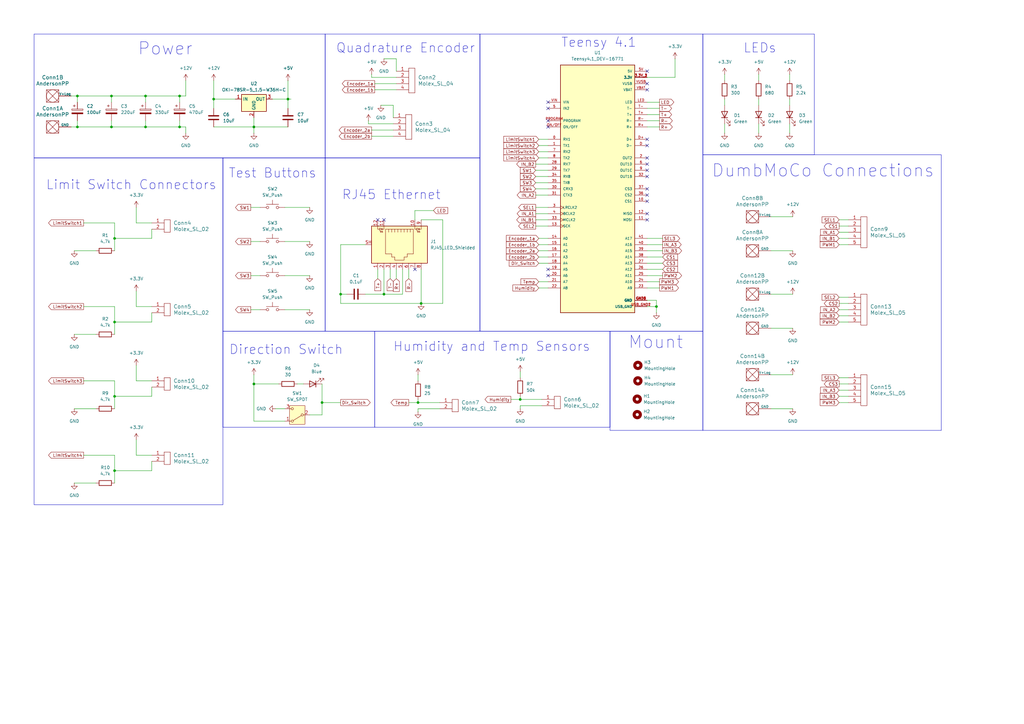
<source format=kicad_sch>
(kicad_sch (version 20231120) (generator "eeschema") (generator_version "8.0")
  (paper "A3")
  (junction (at 45.72 52.07))
  (junction (at 46.99 162.56))
  (junction (at 269.24 125.73))
  (junction (at 59.69 52.07))
  (junction (at 73.66 39.37))
  (junction (at 118.11 40.64))
  (junction (at 46.99 132.08))
  (junction (at 46.99 193.04))
  (junction (at 213.36 163.83))
  (junction (at 31.75 52.07))
  (junction (at 87.63 40.64))
  (junction (at 31.75 39.37))
  (junction (at 172.72 124.46))
  (junction (at 104.14 157.48))
  (junction (at 73.66 52.07))
  (junction (at 46.99 97.79))
  (junction (at 104.14 52.07))
  (junction (at 157.48 120.65))
  (junction (at 171.45 165.1))
  (junction (at 45.72 39.37))
  (junction (at 59.69 39.37))
  (junction (at 132.08 165.1))
  (junction (at 139.7 120.65))
  (no_connect (at 265.43 72.39))
  (no_connect (at 170.18 110.49))
  (no_connect (at 265.43 90.17))
  (no_connect (at 265.43 64.77))
  (no_connect (at 265.43 36.83))
  (no_connect (at 265.43 59.69))
  (no_connect (at 224.79 41.91))
  (no_connect (at 224.79 49.53))
  (no_connect (at 224.79 44.45))
  (no_connect (at 265.43 57.15))
  (no_connect (at 265.43 80.01))
  (no_connect (at 224.79 110.49))
  (no_connect (at 265.43 34.29))
  (no_connect (at 265.43 69.85))
  (no_connect (at 224.79 52.07))
  (no_connect (at 265.43 82.55))
  (no_connect (at 265.43 29.21))
  (no_connect (at 265.43 87.63))
  (no_connect (at 154.94 90.17))
  (no_connect (at 265.43 77.47))
  (no_connect (at 224.79 113.03))
  (no_connect (at 265.43 67.31))
  (no_connect (at 157.48 90.17))
  (wire (pts (xy 157.48 120.65) (xy 165.1 120.65)))
  (wire (pts (xy 344.17 165.1) (xy 347.98 165.1)))
  (wire (pts (xy 153.67 34.29) (xy 162.56 34.29)))
  (wire (pts (xy 344.17 162.56) (xy 347.98 162.56)))
  (wire (pts (xy 344.17 92.71) (xy 347.98 92.71)))
  (wire (pts (xy 55.88 125.73) (xy 55.88 119.38)))
  (wire (pts (xy 102.87 127) (xy 106.68 127)))
  (wire (pts (xy 151.13 50.8) (xy 151.13 49.53)))
  (wire (pts (xy 180.34 165.1) (xy 171.45 165.1)))
  (wire (pts (xy 132.08 165.1) (xy 139.7 165.1)))
  (wire (pts (xy 316.23 167.64) (xy 325.12 167.64)))
  (wire (pts (xy 316.23 153.67) (xy 325.12 153.67)))
  (wire (pts (xy 46.99 132.08) (xy 62.23 132.08)))
  (wire (pts (xy 220.98 62.23) (xy 224.79 62.23)))
  (wire (pts (xy 220.98 118.11) (xy 224.79 118.11)))
  (wire (pts (xy 29.21 39.37) (xy 31.75 39.37)))
  (wire (pts (xy 46.99 193.04) (xy 62.23 193.04)))
  (wire (pts (xy 172.72 124.46) (xy 181.61 124.46)))
  (wire (pts (xy 31.75 52.07) (xy 29.21 52.07)))
  (wire (pts (xy 76.2 54.61) (xy 76.2 52.07)))
  (wire (pts (xy 181.61 90.17) (xy 181.61 124.46)))
  (wire (pts (xy 265.43 123.19) (xy 269.24 123.19)))
  (wire (pts (xy 76.2 39.37) (xy 76.2 33.02)))
  (wire (pts (xy 172.72 90.17) (xy 181.61 90.17)))
  (wire (pts (xy 39.37 102.87) (xy 30.48 102.87)))
  (wire (pts (xy 220.98 115.57) (xy 224.79 115.57)))
  (wire (pts (xy 161.29 43.18) (xy 161.29 48.26)))
  (wire (pts (xy 344.17 97.79) (xy 347.98 97.79)))
  (wire (pts (xy 220.98 97.79) (xy 224.79 97.79)))
  (wire (pts (xy 170.18 86.36) (xy 170.18 90.17)))
  (wire (pts (xy 219.71 92.71) (xy 224.79 92.71)))
  (wire (pts (xy 220.98 102.87) (xy 224.79 102.87)))
  (wire (pts (xy 73.66 39.37) (xy 76.2 39.37)))
  (wire (pts (xy 73.66 39.37) (xy 73.66 41.91)))
  (wire (pts (xy 297.18 30.48) (xy 297.18 33.02)))
  (wire (pts (xy 87.63 40.64) (xy 87.63 44.45)))
  (wire (pts (xy 46.99 162.56) (xy 46.99 167.64)))
  (wire (pts (xy 45.72 39.37) (xy 45.72 41.91)))
  (wire (pts (xy 167.64 165.1) (xy 171.45 165.1)))
  (wire (pts (xy 323.85 40.64) (xy 323.85 43.18)))
  (wire (pts (xy 344.17 90.17) (xy 347.98 90.17)))
  (wire (pts (xy 55.88 156.21) (xy 55.88 149.86)))
  (wire (pts (xy 45.72 39.37) (xy 59.69 39.37)))
  (wire (pts (xy 265.43 46.99) (xy 270.51 46.99)))
  (wire (pts (xy 62.23 162.56) (xy 62.23 158.75)))
  (wire (pts (xy 39.37 137.16) (xy 30.48 137.16)))
  (wire (pts (xy 344.17 100.33) (xy 347.98 100.33)))
  (wire (pts (xy 31.75 49.53) (xy 31.75 52.07)))
  (wire (pts (xy 153.67 36.83) (xy 162.56 36.83)))
  (wire (pts (xy 344.17 121.92) (xy 347.98 121.92)))
  (wire (pts (xy 222.25 166.37) (xy 213.36 166.37)))
  (wire (pts (xy 119.38 40.64) (xy 118.11 40.64)))
  (wire (pts (xy 162.56 31.75) (xy 152.4 31.75)))
  (wire (pts (xy 34.29 186.69) (xy 46.99 186.69)))
  (wire (pts (xy 45.72 49.53) (xy 45.72 52.07)))
  (wire (pts (xy 104.14 172.72) (xy 104.14 157.48)))
  (wire (pts (xy 55.88 186.69) (xy 55.88 180.34)))
  (wire (pts (xy 142.24 120.65) (xy 139.7 120.65)))
  (wire (pts (xy 265.43 118.11) (xy 270.51 118.11)))
  (wire (pts (xy 344.17 157.48) (xy 347.98 157.48)))
  (wire (pts (xy 104.14 52.07) (xy 104.14 54.61)))
  (wire (pts (xy 171.45 165.1) (xy 171.45 163.83)))
  (wire (pts (xy 269.24 125.73) (xy 269.24 128.27)))
  (wire (pts (xy 157.48 24.13) (xy 162.56 24.13)))
  (wire (pts (xy 276.86 31.75) (xy 276.86 24.13)))
  (wire (pts (xy 265.43 107.95) (xy 271.78 107.95)))
  (wire (pts (xy 152.4 31.75) (xy 152.4 30.48)))
  (wire (pts (xy 62.23 97.79) (xy 62.23 93.98)))
  (wire (pts (xy 87.63 40.64) (xy 96.52 40.64)))
  (wire (pts (xy 265.43 113.03) (xy 271.78 113.03)))
  (wire (pts (xy 160.02 114.3) (xy 160.02 110.49)))
  (wire (pts (xy 46.99 162.56) (xy 62.23 162.56)))
  (wire (pts (xy 219.71 85.09) (xy 224.79 85.09)))
  (wire (pts (xy 220.98 59.69) (xy 224.79 59.69)))
  (wire (pts (xy 219.71 90.17) (xy 224.79 90.17)))
  (wire (pts (xy 344.17 95.25) (xy 347.98 95.25)))
  (wire (pts (xy 46.99 132.08) (xy 46.99 137.16)))
  (wire (pts (xy 127 170.18) (xy 132.08 170.18)))
  (wire (pts (xy 219.71 80.01) (xy 224.79 80.01)))
  (wire (pts (xy 344.17 154.94) (xy 347.98 154.94)))
  (wire (pts (xy 161.29 50.8) (xy 151.13 50.8)))
  (wire (pts (xy 152.4 53.34) (xy 161.29 53.34)))
  (wire (pts (xy 149.86 120.65) (xy 157.48 120.65)))
  (wire (pts (xy 102.87 99.06) (xy 106.68 99.06)))
  (wire (pts (xy 102.87 113.03) (xy 106.68 113.03)))
  (wire (pts (xy 46.99 132.08) (xy 46.99 125.73)))
  (wire (pts (xy 132.08 170.18) (xy 132.08 165.1)))
  (wire (pts (xy 102.87 85.09) (xy 106.68 85.09)))
  (wire (pts (xy 157.48 110.49) (xy 157.48 120.65)))
  (wire (pts (xy 152.4 55.88) (xy 161.29 55.88)))
  (wire (pts (xy 220.98 57.15) (xy 224.79 57.15)))
  (wire (pts (xy 111.76 40.64) (xy 118.11 40.64)))
  (wire (pts (xy 219.71 77.47) (xy 224.79 77.47)))
  (wire (pts (xy 87.63 33.02) (xy 87.63 40.64)))
  (wire (pts (xy 265.43 115.57) (xy 270.51 115.57)))
  (wire (pts (xy 311.15 30.48) (xy 311.15 33.02)))
  (wire (pts (xy 171.45 167.64) (xy 171.45 168.91)))
  (wire (pts (xy 46.99 97.79) (xy 46.99 102.87)))
  (wire (pts (xy 167.64 114.3) (xy 167.64 110.49)))
  (wire (pts (xy 177.8 86.36) (xy 170.18 86.36)))
  (wire (pts (xy 46.99 97.79) (xy 62.23 97.79)))
  (wire (pts (xy 265.43 100.33) (xy 271.78 100.33)))
  (wire (pts (xy 220.98 107.95) (xy 224.79 107.95)))
  (wire (pts (xy 46.99 193.04) (xy 46.99 186.69)))
  (wire (pts (xy 156.21 43.18) (xy 161.29 43.18)))
  (wire (pts (xy 31.75 39.37) (xy 31.75 41.91)))
  (wire (pts (xy 162.56 24.13) (xy 162.56 29.21)))
  (wire (pts (xy 265.43 49.53) (xy 270.51 49.53)))
  (wire (pts (xy 118.11 33.02) (xy 118.11 40.64)))
  (wire (pts (xy 265.43 41.91) (xy 270.51 41.91)))
  (wire (pts (xy 344.17 124.46) (xy 347.98 124.46)))
  (wire (pts (xy 219.71 72.39) (xy 224.79 72.39)))
  (wire (pts (xy 213.36 152.4) (xy 213.36 154.94)))
  (wire (pts (xy 222.25 163.83) (xy 213.36 163.83)))
  (wire (pts (xy 344.17 132.08) (xy 347.98 132.08)))
  (wire (pts (xy 31.75 39.37) (xy 45.72 39.37)))
  (wire (pts (xy 59.69 39.37) (xy 59.69 41.91)))
  (wire (pts (xy 323.85 50.8) (xy 323.85 54.61)))
  (wire (pts (xy 209.55 163.83) (xy 213.36 163.83)))
  (wire (pts (xy 149.86 100.33) (xy 139.7 100.33)))
  (wire (pts (xy 46.99 97.79) (xy 46.99 91.44)))
  (wire (pts (xy 213.36 166.37) (xy 213.36 167.64)))
  (wire (pts (xy 311.15 40.64) (xy 311.15 43.18)))
  (wire (pts (xy 104.14 52.07) (xy 118.11 52.07)))
  (wire (pts (xy 265.43 97.79) (xy 271.78 97.79)))
  (wire (pts (xy 73.66 52.07) (xy 59.69 52.07)))
  (wire (pts (xy 34.29 156.21) (xy 46.99 156.21)))
  (wire (pts (xy 39.37 198.12) (xy 30.48 198.12)))
  (wire (pts (xy 73.66 49.53) (xy 73.66 52.07)))
  (wire (pts (xy 265.43 31.75) (xy 276.86 31.75)))
  (wire (pts (xy 59.69 39.37) (xy 73.66 39.37)))
  (wire (pts (xy 46.99 162.56) (xy 46.99 156.21)))
  (wire (pts (xy 172.72 110.49) (xy 172.72 124.46)))
  (wire (pts (xy 59.69 49.53) (xy 59.69 52.07)))
  (wire (pts (xy 55.88 91.44) (xy 55.88 85.09)))
  (wire (pts (xy 139.7 100.33) (xy 139.7 120.65)))
  (wire (pts (xy 162.56 110.49) (xy 162.56 114.3)))
  (wire (pts (xy 316.23 120.65) (xy 325.12 120.65)))
  (wire (pts (xy 116.84 99.06) (xy 127 99.06)))
  (wire (pts (xy 104.14 48.26) (xy 104.14 52.07)))
  (wire (pts (xy 62.23 125.73) (xy 55.88 125.73)))
  (wire (pts (xy 344.17 129.54) (xy 347.98 129.54)))
  (wire (pts (xy 139.7 120.65) (xy 139.7 124.46)))
  (wire (pts (xy 132.08 157.48) (xy 132.08 165.1)))
  (wire (pts (xy 311.15 50.8) (xy 311.15 54.61)))
  (wire (pts (xy 180.34 167.64) (xy 171.45 167.64)))
  (wire (pts (xy 219.71 67.31) (xy 224.79 67.31)))
  (wire (pts (xy 165.1 110.49) (xy 165.1 120.65)))
  (wire (pts (xy 62.23 132.08) (xy 62.23 128.27)))
  (wire (pts (xy 219.71 69.85) (xy 224.79 69.85)))
  (wire (pts (xy 316.23 88.9) (xy 325.12 88.9)))
  (wire (pts (xy 34.29 91.44) (xy 46.99 91.44)))
  (wire (pts (xy 213.36 163.83) (xy 213.36 162.56)))
  (wire (pts (xy 139.7 124.46) (xy 172.72 124.46)))
  (wire (pts (xy 265.43 105.41) (xy 271.78 105.41)))
  (wire (pts (xy 344.17 160.02) (xy 347.98 160.02)))
  (wire (pts (xy 45.72 52.07) (xy 31.75 52.07)))
  (wire (pts (xy 87.63 52.07) (xy 104.14 52.07)))
  (wire (pts (xy 265.43 102.87) (xy 271.78 102.87)))
  (wire (pts (xy 269.24 125.73) (xy 265.43 125.73)))
  (wire (pts (xy 62.23 91.44) (xy 55.88 91.44)))
  (wire (pts (xy 62.23 156.21) (xy 55.88 156.21)))
  (wire (pts (xy 116.84 113.03) (xy 127 113.03)))
  (wire (pts (xy 219.71 87.63) (xy 224.79 87.63)))
  (wire (pts (xy 104.14 153.67) (xy 104.14 157.48)))
  (wire (pts (xy 62.23 186.69) (xy 55.88 186.69)))
  (wire (pts (xy 269.24 123.19) (xy 269.24 125.73)))
  (wire (pts (xy 219.71 74.93) (xy 224.79 74.93)))
  (wire (pts (xy 62.23 193.04) (xy 62.23 189.23)))
  (wire (pts (xy 104.14 157.48) (xy 114.3 157.48)))
  (wire (pts (xy 220.98 100.33) (xy 224.79 100.33)))
  (wire (pts (xy 316.23 134.62) (xy 325.12 134.62)))
  (wire (pts (xy 121.92 157.48) (xy 124.46 157.48)))
  (wire (pts (xy 297.18 50.8) (xy 297.18 54.61)))
  (wire (pts (xy 154.94 110.49) (xy 154.94 114.3)))
  (wire (pts (xy 171.45 153.67) (xy 171.45 156.21)))
  (wire (pts (xy 39.37 167.64) (xy 30.48 167.64)))
  (wire (pts (xy 220.98 105.41) (xy 224.79 105.41)))
  (wire (pts (xy 59.69 52.07) (xy 45.72 52.07)))
  (wire (pts (xy 297.18 40.64) (xy 297.18 43.18)))
  (wire (pts (xy 46.99 193.04) (xy 46.99 198.12)))
  (wire (pts (xy 265.43 110.49) (xy 271.78 110.49)))
  (wire (pts (xy 76.2 52.07) (xy 73.66 52.07)))
  (wire (pts (xy 118.11 40.64) (xy 118.11 44.45)))
  (wire (pts (xy 265.43 44.45) (xy 270.51 44.45)))
  (wire (pts (xy 116.84 85.09) (xy 127 85.09)))
  (wire (pts (xy 220.98 64.77) (xy 224.79 64.77)))
  (wire (pts (xy 116.84 127) (xy 127 127)))
  (wire (pts (xy 34.29 125.73) (xy 46.99 125.73)))
  (wire (pts (xy 265.43 52.07) (xy 270.51 52.07)))
  (wire (pts (xy 344.17 127) (xy 347.98 127)))
  (wire (pts (xy 323.85 30.48) (xy 323.85 33.02)))
  (wire (pts (xy 113.03 167.64) (xy 116.84 167.64)))
  (wire (pts (xy 116.84 172.72) (xy 104.14 172.72)))
  (wire (pts (xy 316.23 102.87) (xy 325.12 102.87)))
  (rectangle (start 288.29 63.5) (end 386.08 176.53))
  (rectangle (start 250.19 135.89) (end 288.29 176.53))
  (rectangle (start 13.97 64.77) (end 91.44 207.01))
  (rectangle (start 13.97 13.97) (end 133.35 64.77))
  (rectangle (start 196.85 13.97) (end 288.29 135.89))
  (rectangle (start 288.29 13.97) (end 334.01 63.5))
  (rectangle (start 91.44 135.89) (end 153.67 175.26))
  (rectangle (start 153.67 135.89) (end 250.19 175.26))
  (rectangle (start 91.44 64.77) (end 133.35 135.89))
  (rectangle (start 133.35 64.77) (end 196.85 135.89))
  (rectangle (start 133.35 13.97) (end 196.85 64.77))
  (text "Teensy 4.1" (at 245.618 17.526 0) (effects (font (size 3.81 3.81))))
  (text "Quadrature Encoder\n" (at 166.37 19.812 0) (effects (font (size 3.81 3.81))))
  (text "Limit Switch Connectors\n" (at 53.848 75.946 0) (effects (font (size 3.81 3.81))))
  (text "Test Buttons" (at 111.76 71.12 0) (effects (font (size 3.81 3.81))))
  (text "DumbMoCo Connections" (at 337.566 70.104 0) (effects (font (size 5.08 5.08))))
  (text "Power\n" (at 67.818 20.066 0) (effects (font (size 5.08 5.08))))
  (text "RJ45 Ethernet" (at 160.528 80.01 0) (effects (font (size 3.81 3.81))))
  (text "Mount" (at 268.986 140.462 0) (effects (font (size 5.08 5.08))))
  (text "LEDs" (at 311.658 19.812 0) (effects (font (size 3.81 3.81))))
  (text "Humidity and Temp Sensors\n" (at 201.676 142.24 0) (effects (font (size 3.81 3.81))))
  (text "Direction Switch\n" (at 117.348 143.51 0) (effects (font (size 3.81 3.81))))
  (global_label "CS2" (shape output) (at 344.17 124.46 180) (property "Intersheetrefs" "${INTERSHEET_REFS}" (effects (hide yes))))
  (global_label "IN_B1" (shape output) (at 219.71 90.17 180) (property "Intersheetrefs" "${INTERSHEET_REFS}" (effects (hide yes))))
  (global_label "IN_A3" (shape input) (at 344.17 160.02 180) (property "Intersheetrefs" "${INTERSHEET_REFS}" (effects (hide yes))))
  (global_label "SW4" (shape input) (at 219.71 77.47 180) (property "Intersheetrefs" "${INTERSHEET_REFS}" (effects (hide yes))))
  (global_label "CS3" (shape input) (at 271.78 107.95 0) (property "Intersheetrefs" "${INTERSHEET_REFS}" (effects (hide yes))))
  (global_label "SW1" (shape input) (at 219.71 69.85 180) (property "Intersheetrefs" "${INTERSHEET_REFS}" (effects (hide yes))))
  (global_label "LimitSwitch3" (shape output) (at 34.29 156.21 180) (property "Intersheetrefs" "${INTERSHEET_REFS}" (effects (hide yes))))
  (global_label "IN_B3" (shape input) (at 344.17 162.56 180) (property "Intersheetrefs" "${INTERSHEET_REFS}" (effects (hide yes))))
  (global_label "T+" (shape input) (at 154.94 114.3 270) (property "Intersheetrefs" "${INTERSHEET_REFS}" (effects (hide yes))))
  (global_label "T+" (shape output) (at 270.51 46.99 0) (property "Intersheetrefs" "${INTERSHEET_REFS}" (effects (hide yes))))
  (global_label "PWM1" (shape output) (at 270.51 118.11 0) (property "Intersheetrefs" "${INTERSHEET_REFS}" (effects (hide yes))))
  (global_label "T-" (shape input) (at 160.02 114.3 270) (property "Intersheetrefs" "${INTERSHEET_REFS}" (effects (hide yes))))
  (global_label "SEL2" (shape input) (at 344.17 121.92 180) (property "Intersheetrefs" "${INTERSHEET_REFS}" (effects (hide yes))))
  (global_label "Humidity" (shape output) (at 209.55 163.83 180) (property "Intersheetrefs" "${INTERSHEET_REFS}" (effects (hide yes))))
  (global_label "Encoder_1b" (shape output) (at 153.67 36.83 180) (property "Intersheetrefs" "${INTERSHEET_REFS}" (effects (hide yes))))
  (global_label "R+" (shape input) (at 162.56 114.3 270) (property "Intersheetrefs" "${INTERSHEET_REFS}" (effects (hide yes))))
  (global_label "SEL1" (shape input) (at 344.17 90.17 180) (property "Intersheetrefs" "${INTERSHEET_REFS}" (effects (hide yes))))
  (global_label "IN_A2" (shape output) (at 219.71 80.01 180) (property "Intersheetrefs" "${INTERSHEET_REFS}" (effects (hide yes))))
  (global_label "IN_A3" (shape output) (at 271.78 100.33 0) (property "Intersheetrefs" "${INTERSHEET_REFS}" (effects (hide yes))))
  (global_label "PWM3" (shape input) (at 344.17 165.1 180) (property "Intersheetrefs" "${INTERSHEET_REFS}" (effects (hide yes))))
  (global_label "Humidity" (shape input) (at 220.98 118.11 180) (property "Intersheetrefs" "${INTERSHEET_REFS}" (effects (hide yes))))
  (global_label "LED" (shape output) (at 270.51 41.91 0) (property "Intersheetrefs" "${INTERSHEET_REFS}" (effects (hide yes))))
  (global_label "Encoder_2a" (shape output) (at 152.4 53.34 180) (property "Intersheetrefs" "${INTERSHEET_REFS}" (effects (hide yes))))
  (global_label "Temp" (shape output) (at 167.64 165.1 180) (property "Intersheetrefs" "${INTERSHEET_REFS}" (effects (hide yes))))
  (global_label "IN_B2" (shape input) (at 344.17 129.54 180) (property "Intersheetrefs" "${INTERSHEET_REFS}" (effects (hide yes))))
  (global_label "R+" (shape output) (at 270.51 52.07 0) (property "Intersheetrefs" "${INTERSHEET_REFS}" (effects (hide yes))))
  (global_label "IN_A2" (shape input) (at 344.17 127 180) (property "Intersheetrefs" "${INTERSHEET_REFS}" (effects (hide yes))))
  (global_label "IN_B1" (shape input) (at 344.17 97.79 180) (property "Intersheetrefs" "${INTERSHEET_REFS}" (effects (hide yes))))
  (global_label "LimitSwitch4" (shape output) (at 34.29 186.69 180) (property "Intersheetrefs" "${INTERSHEET_REFS}" (effects (hide yes))))
  (global_label "LimitSwitch4" (shape input) (at 220.98 64.77 180) (property "Intersheetrefs" "${INTERSHEET_REFS}" (effects (hide yes))))
  (global_label "LED" (shape input) (at 177.8 86.36 0) (property "Intersheetrefs" "${INTERSHEET_REFS}" (effects (hide yes))))
  (global_label "PWM3" (shape output) (at 270.51 115.57 0) (property "Intersheetrefs" "${INTERSHEET_REFS}" (effects (hide yes))))
  (global_label "PWM1" (shape input) (at 344.17 100.33 180) (property "Intersheetrefs" "${INTERSHEET_REFS}" (effects (hide yes))))
  (global_label "PWM2" (shape output) (at 271.78 113.03 0) (property "Intersheetrefs" "${INTERSHEET_REFS}" (effects (hide yes))))
  (global_label "CS1" (shape output) (at 344.17 92.71 180) (property "Intersheetrefs" "${INTERSHEET_REFS}" (effects (hide yes))))
  (global_label "Encoder_2a" (shape input) (at 220.98 102.87 180) (property "Intersheetrefs" "${INTERSHEET_REFS}" (effects (hide yes))))
  (global_label "Temp" (shape input) (at 220.98 115.57 180) (property "Intersheetrefs" "${INTERSHEET_REFS}" (effects (hide yes))))
  (global_label "LimitSwitch1" (shape input) (at 220.98 57.15 180) (property "Intersheetrefs" "${INTERSHEET_REFS}" (effects (hide yes))))
  (global_label "Encoder_1a" (shape output) (at 153.67 34.29 180) (property "Intersheetrefs" "${INTERSHEET_REFS}" (effects (hide yes))))
  (global_label "CS1" (shape input) (at 271.78 105.41 0) (property "Intersheetrefs" "${INTERSHEET_REFS}" (effects (hide yes))))
  (global_label "IN_A1" (shape input) (at 344.17 95.25 180) (property "Intersheetrefs" "${INTERSHEET_REFS}" (effects (hide yes))))
  (global_label "SEL1" (shape output) (at 219.71 85.09 180) (property "Intersheetrefs" "${INTERSHEET_REFS}" (effects (hide yes))))
  (global_label "CS2" (shape input) (at 271.78 110.49 0) (property "Intersheetrefs" "${INTERSHEET_REFS}" (effects (hide yes))))
  (global_label "SW1" (shape output) (at 102.87 85.09 180) (property "Intersheetrefs" "${INTERSHEET_REFS}" (effects (hide yes))))
  (global_label "IN_A1" (shape output) (at 219.71 87.63 180) (property "Intersheetrefs" "${INTERSHEET_REFS}" (effects (hide yes))))
  (global_label "SW2" (shape input) (at 219.71 72.39 180) (property "Intersheetrefs" "${INTERSHEET_REFS}" (effects (hide yes))))
  (global_label "CS3" (shape output) (at 344.17 157.48 180) (property "Intersheetrefs" "${INTERSHEET_REFS}" (effects (hide yes))))
  (global_label "T-" (shape output) (at 270.51 44.45 0) (property "Intersheetrefs" "${INTERSHEET_REFS}" (effects (hide yes))))
  (global_label "SW3" (shape input) (at 219.71 74.93 180) (property "Intersheetrefs" "${INTERSHEET_REFS}" (effects (hide yes))))
  (global_label "Dir_Switch" (shape input) (at 220.98 107.95 180) (property "Intersheetrefs" "${INTERSHEET_REFS}" (effects (hide yes))))
  (global_label "Encoder_1a" (shape input) (at 220.98 97.79 180) (property "Intersheetrefs" "${INTERSHEET_REFS}" (effects (hide yes))))
  (global_label "SEL3" (shape output) (at 271.78 97.79 0) (property "Intersheetrefs" "${INTERSHEET_REFS}" (effects (hide yes))))
  (global_label "PWM2" (shape input) (at 344.17 132.08 180) (property "Intersheetrefs" "${INTERSHEET_REFS}" (effects (hide yes))))
  (global_label "Encoder_2b" (shape input) (at 220.98 105.41 180) (property "Intersheetrefs" "${INTERSHEET_REFS}" (effects (hide yes))))
  (global_label "SW3" (shape output) (at 102.87 113.03 180) (property "Intersheetrefs" "${INTERSHEET_REFS}" (effects (hide yes))))
  (global_label "SW2" (shape output) (at 102.87 99.06 180) (property "Intersheetrefs" "${INTERSHEET_REFS}" (effects (hide yes))))
  (global_label "Encoder_1b" (shape input) (at 220.98 100.33 180) (property "Intersheetrefs" "${INTERSHEET_REFS}" (effects (hide yes))))
  (global_label "LimitSwitch2" (shape input) (at 220.98 59.69 180) (property "Intersheetrefs" "${INTERSHEET_REFS}" (effects (hide yes))))
  (global_label "IN_B3" (shape output) (at 271.78 102.87 0) (property "Intersheetrefs" "${INTERSHEET_REFS}" (effects (hide yes))))
  (global_label "LimitSwitch2" (shape output) (at 34.29 125.73 180) (property "Intersheetrefs" "${INTERSHEET_REFS}" (effects (hide yes))))
  (global_label "R-" (shape output) (at 270.51 49.53 0) (property "Intersheetrefs" "${INTERSHEET_REFS}" (effects (hide yes))))
  (global_label "SEL3" (shape input) (at 344.17 154.94 180) (property "Intersheetrefs" "${INTERSHEET_REFS}" (effects (hide yes))))
  (global_label "SW4" (shape output) (at 102.87 127 180) (property "Intersheetrefs" "${INTERSHEET_REFS}" (effects (hide yes))))
  (global_label "IN_B2" (shape output) (at 219.71 67.31 180) (property "Intersheetrefs" "${INTERSHEET_REFS}" (effects (hide yes))))
  (global_label "LimitSwitch1" (shape output) (at 34.29 91.44 180) (property "Intersheetrefs" "${INTERSHEET_REFS}" (effects (hide yes))))
  (global_label "Dir_Switch" (shape output) (at 139.7 165.1 0) (property "Intersheetrefs" "${INTERSHEET_REFS}" (effects (hide yes))))
  (global_label "LimitSwitch3" (shape input) (at 220.98 62.23 180) (property "Intersheetrefs" "${INTERSHEET_REFS}" (effects (hide yes))))
  (global_label "Encoder_2b" (shape output) (at 152.4 55.88 180) (property "Intersheetrefs" "${INTERSHEET_REFS}" (effects (hide yes))))
  (global_label "R-" (shape input) (at 167.64 114.3 270) (property "Intersheetrefs" "${INTERSHEET_REFS}" (effects (hide yes))))
  (global_label "SEL2" (shape output) (at 219.71 92.71 180) (property "Intersheetrefs" "${INTERSHEET_REFS}" (effects (hide yes))))
  (symbol (lib_id "MRDT_Connectors:Molex_SL_02") (at 227.33 167.64 0) (unit 1)
    (property "Reference" "Conn6" (at 231.14 163.8299 0) (effects (font (size 1.524 1.524)) (justify left)))
    (property "Value" "Molex_SL_02" (at 231.14 166.3699 0) (effects (font (size 1.524 1.524)) (justify left)))
  )
  (symbol (lib_id "power:+5V") (at 213.36 152.4 0) (unit 1)
    (property "Reference" "#PWR024" (effects (hide yes)))
    (property "Value" "+5V" (at 213.36 147.32 0))
    (property "Description" "Power symbol creates a global label with name \"+5V\"" (effects (hide yes)))
  )
  (symbol (lib_id "Switch:SW_Push") (at 111.76 85.09 0) (unit 1)
    (property "Reference" "SW2" (at 111.76 77.47 0))
    (property "Value" "SW_Push" (at 111.76 80.01 0))
    (property "Description" "Push button switch, generic, two pins" (effects (hide yes)))
  )
  (symbol (lib_id "power:GND") (at 113.03 167.64 270) (unit 1)
    (property "Reference" "#PWR021" (effects (hide yes)))
    (property "Value" "GND" (at 109.22 167.6399 90) (effects (justify right)))
    (property "Description" "Power symbol creates a global label with name \"GND\" , ground" (effects (hide yes)))
  )
  (symbol (lib_id "Switch:SW_Push") (at 111.76 113.03 0) (unit 1)
    (property "Reference" "SW4" (at 111.76 105.41 0))
    (property "Value" "SW_Push" (at 111.76 107.95 0))
    (property "Description" "Push button switch, generic, two pins" (effects (hide yes)))
  )
  (symbol (lib_id "Connector:RJ45_LED_Shielded") (at 162.56 100.33 270) (unit 1)
    (property "Reference" "J1" (at 176.53 99.0599 90) (effects (justify left)))
    (property "Value" "RJ45_LED_Shielded" (at 176.53 101.5999 90) (effects (justify left)))
    (property "Description" "RJ connector, 8P8C (8 positions 8 connected), two LEDs, Shielded" (effects (hide yes)))
  )
  (symbol (lib_id "Mechanical:MountingHole") (at 261.366 163.703 0) (unit 1)
    (property "Reference" "H1" (at 263.906 162.433 0) (effects (justify left)))
    (property "Value" "MountingHole" (at 263.906 164.973 0) (effects (justify left)))
    (property "Footprint" "MRDT_Drill_Holes:4_40_Hole_Corner" (effects (hide yes)))
  )
  (symbol (lib_id "MRDT_Connectors:AndersonPP") (at 306.07 105.41 0) (unit 1)
    (property "Reference" "Conn8" (at 308.61 95.25 0) (effects (font (size 1.524 1.524))))
    (property "Value" "AndersonPP" (at 308.61 97.79 0) (effects (font (size 1.524 1.524))))
  )
  (symbol (lib_id "power:GND") (at 323.85 54.61 0) (unit 1)
    (property "Reference" "#PWR030" (effects (hide yes)))
    (property "Value" "GND" (at 323.85 59.69 0))
    (property "Description" "Power symbol creates a global label with name \"GND\" , ground" (effects (hide yes)))
  )
  (symbol (lib_id "power:+5V") (at 297.18 30.48 0) (unit 1)
    (property "Reference" "#PWR017" (effects (hide yes)))
    (property "Value" "+3.3V" (at 297.18 25.4 0))
    (property "Description" "Power symbol creates a global label with name \"+5V\"" (effects (hide yes)))
  )
  (symbol (lib_id "power:+5V") (at 118.11 33.02 0) (unit 1)
    (property "Reference" "#PWR07" (effects (hide yes)))
    (property "Value" "+5V" (at 118.11 27.94 0))
    (property "Description" "Power symbol creates a global label with name \"+5V\"" (effects (hide yes)))
  )
  (symbol (lib_id "Switch:SW_Push") (at 111.76 99.06 0) (unit 1)
    (property "Reference" "SW3" (at 111.76 91.44 0))
    (property "Value" "SW_Push" (at 111.76 93.98 0))
    (property "Description" "Push button switch, generic, two pins" (effects (hide yes)))
  )
  (symbol (lib_id "power:GND") (at 127 99.06 0) (unit 1)
    (property "Reference" "#PWR023" (effects (hide yes)))
    (property "Value" "GND" (at 127 104.14 0))
    (property "Description" "Power symbol creates a global label with name \"GND\" , ground" (effects (hide yes)))
  )
  (symbol (lib_id "MRDT_Connectors:Molex_SL_04") (at 167.64 38.1 0) (unit 1)
    (property "Reference" "Conn2" (at 171.45 31.7499 0) (effects (font (size 1.524 1.524)) (justify left)))
    (property "Value" "Molex_SL_04" (at 171.45 34.2899 0) (effects (font (size 1.524 1.524)) (justify left)))
  )
  (symbol (lib_id "power:+3.3V") (at 55.88 149.86 0) (unit 1)
    (property "Reference" "#PWR034" (effects (hide yes)))
    (property "Value" "+3.3V" (at 55.88 144.78 0))
    (property "Description" "Power symbol creates a global label with name \"+3.3V\"" (effects (hide yes)))
  )
  (symbol (lib_id "Device:LED") (at 297.18 46.99 90) (unit 1)
    (property "Reference" "D1" (at 300.99 47.3074 90) (effects (justify right)))
    (property "Value" "Green" (at 300.99 49.8474 90) (effects (justify right)))
    (property "Description" "Light emitting diode" (effects (hide yes)))
  )
  (symbol (lib_id "power:GND") (at 104.14 54.61 0) (unit 1)
    (property "Reference" "#PWR08" (effects (hide yes)))
    (property "Value" "GND" (at 104.14 59.69 0))
    (property "Description" "Power symbol creates a global label with name \"GND\" , ground" (effects (hide yes)))
  )
  (symbol (lib_id "Device:C_Polarized") (at 73.66 45.72 0) (unit 1)
    (property "Reference" "C5" (at 77.47 43.5609 0) (effects (justify left)))
    (property "Value" "470uF" (at 77.47 46.1009 0) (effects (justify left)))
    (property "Description" "Polarized capacitor" (effects (hide yes)))
  )
  (symbol (lib_id "Mechanical:MountingHole") (at 261.366 170.053 0) (unit 1)
    (property "Reference" "H2" (at 263.906 168.783 0) (effects (justify left)))
    (property "Value" "MountingHole" (at 263.906 171.323 0) (effects (justify left)))
    (property "Footprint" "MRDT_Drill_Holes:4_40_Hole_Corner" (effects (hide yes)))
  )
  (symbol (lib_id "Device:LED") (at 311.15 46.99 90) (unit 1)
    (property "Reference" "D2" (at 314.96 47.3074 90) (effects (justify right)))
    (property "Value" "Green" (at 314.96 49.8474 90) (effects (justify right)))
    (property "Description" "Light emitting diode" (effects (hide yes)))
  )
  (symbol (lib_id "MRDT_Connectors:AndersonPP") (at 306.07 91.44 0) (unit 2)
    (property "Reference" "Conn8" (at 308.61 81.28 0) (effects (font (size 1.524 1.524))))
    (property "Value" "AndersonPP" (at 308.61 83.82 0) (effects (font (size 1.524 1.524))))
  )
  (symbol (lib_id "Device:C_Polarized") (at 59.69 45.72 0) (unit 1)
    (property "Reference" "C4" (at 63.5 43.5609 0) (effects (justify left)))
    (property "Value" "330uF" (at 63.5 46.1009 0) (effects (justify left)))
    (property "Description" "Polarized capacitor" (effects (hide yes)))
  )
  (symbol (lib_id "power:GND") (at 325.12 102.87 0) (unit 1)
    (property "Reference" "#PWR032" (effects (hide yes)))
    (property "Value" "GND" (at 325.12 107.95 0))
    (property "Description" "Power symbol creates a global label with name \"GND\" , ground" (effects (hide yes)))
  )
  (symbol (lib_id "power:GND") (at 30.48 102.87 0) (unit 1)
    (property "Reference" "#PWR014" (effects (hide yes)))
    (property "Value" "GND" (at 30.48 107.95 0))
    (property "Description" "Power symbol creates a global label with name \"GND\" , ground" (effects (hide yes)))
  )
  (symbol (lib_id "power:+12V") (at 87.63 33.02 0) (unit 1)
    (property "Reference" "#PWR06" (effects (hide yes)))
    (property "Value" "+12V" (at 87.63 27.94 0))
    (property "Description" "Power symbol creates a global label with name \"+12V\"" (effects (hide yes)))
  )
  (symbol (lib_id "Device:R") (at 213.36 158.75 0) (unit 1)
    (property "Reference" "R7" (at 215.9 157.4799 0) (effects (justify left)))
    (property "Value" "50k" (at 215.9 160.0199 0) (effects (justify left)))
    (property "Description" "Resistor" (effects (hide yes)))
  )
  (symbol (lib_id "Device:LED") (at 323.85 46.99 90) (unit 1)
    (property "Reference" "D3" (at 327.66 47.3074 90) (effects (justify right)))
    (property "Value" "Green" (at 327.66 49.8474 90) (effects (justify right)))
    (property "Description" "Light emitting diode" (effects (hide yes)))
  )
  (symbol (lib_id "Device:R") (at 118.11 157.48 270) (unit 1)
    (property "Reference" "R6" (at 118.11 151.13 90))
    (property "Value" "30" (at 118.11 153.67 90))
    (property "Description" "Resistor" (effects (hide yes)))
  )
  (symbol (lib_id "power:GND") (at 297.18 54.61 0) (unit 1)
    (property "Reference" "#PWR028" (effects (hide yes)))
    (property "Value" "GND" (at 297.18 59.69 0))
    (property "Description" "Power symbol creates a global label with name \"GND\" , ground" (effects (hide yes)))
  )
  (symbol (lib_id "power:+12V") (at 325.12 88.9 0) (unit 1)
    (property "Reference" "#PWR031" (effects (hide yes)))
    (property "Value" "+12V" (at 325.12 83.82 0))
    (property "Description" "Power symbol creates a global label with name \"+12V\"" (effects (hide yes)))
  )
  (symbol (lib_id "power:GND") (at 76.2 54.61 0) (unit 1)
    (property "Reference" "#PWR05" (effects (hide yes)))
    (property "Value" "GND" (at 76.2 59.69 0))
    (property "Description" "Power symbol creates a global label with name \"GND\" , ground" (effects (hide yes)))
  )
  (symbol (lib_id "power:+5V") (at 152.4 30.48 0) (unit 1)
    (property "Reference" "#PWR09" (effects (hide yes)))
    (property "Value" "+5V" (at 152.4 25.4 0))
    (property "Description" "Power symbol creates a global label with name \"+5V\"" (effects (hide yes)))
  )
  (symbol (lib_id "power:+12V") (at 76.2 33.02 0) (unit 1)
    (property "Reference" "#PWR04" (effects (hide yes)))
    (property "Value" "+12V" (at 76.2 27.94 0))
    (property "Description" "Power symbol creates a global label with name \"+12V\"" (effects (hide yes)))
  )
  (symbol (lib_id "Device:R") (at 43.18 198.12 90) (unit 1)
    (property "Reference" "R10" (at 43.18 191.77 90))
    (property "Value" "4.7k" (at 43.18 194.31 90))
    (property "Description" "Resistor" (effects (hide yes)))
  )
  (symbol (lib_id "Device:C_Polarized") (at 31.75 45.72 0) (unit 1)
    (property "Reference" "C2" (at 35.56 43.5609 0) (effects (justify left)))
    (property "Value" "100uF" (at 35.56 46.1009 0) (effects (justify left)))
    (property "Description" "Polarized capacitor" (effects (hide yes)))
  )
  (symbol (lib_id "MRDT_Connectors:Molex_SL_02") (at 185.42 168.91 0) (unit 1)
    (property "Reference" "Conn7" (at 189.23 165.0999 0) (effects (font (size 1.524 1.524)) (justify left)))
    (property "Value" "Molex_SL_02" (at 189.23 167.6399 0) (effects (font (size 1.524 1.524)) (justify left)))
  )
  (symbol (lib_id "MRDT_Connectors:Molex_SL_02") (at 67.31 129.54 0) (unit 1)
    (property "Reference" "Conn5" (at 71.12 125.7299 0) (effects (font (size 1.524 1.524)) (justify left)))
    (property "Value" "Molex_SL_02" (at 71.12 128.2699 0) (effects (font (size 1.524 1.524)) (justify left)))
  )
  (symbol (lib_id "power:+12V") (at 325.12 153.67 0) (unit 1)
    (property "Reference" "#PWR041" (effects (hide yes)))
    (property "Value" "+12V" (at 325.12 148.59 0))
    (property "Description" "Power symbol creates a global label with name \"+12V\"" (effects (hide yes)))
  )
  (symbol (lib_id "MRDT_Connectors:AndersonPP") (at 306.07 156.21 0) (unit 2)
    (property "Reference" "Conn14" (at 308.61 146.05 0) (effects (font (size 1.524 1.524))))
    (property "Value" "AndersonPP" (at 308.61 148.59 0) (effects (font (size 1.524 1.524))))
  )
  (symbol (lib_id "MRDT_Connectors:AndersonPP") (at 19.05 54.61 0) (unit 1)
    (property "Reference" "Conn1" (at 21.59 44.45 0) (effects (font (size 1.524 1.524))))
    (property "Value" "AndersonPP" (at 21.59 46.99 0) (effects (font (size 1.524 1.524))))
  )
  (symbol (lib_id "Device:R") (at 43.18 102.87 90) (unit 1)
    (property "Reference" "R1" (at 43.18 96.52 90))
    (property "Value" "4.7k" (at 43.18 99.06 90))
    (property "Description" "Resistor" (effects (hide yes)))
  )
  (symbol (lib_id "Switch:SW_Push") (at 111.76 127 0) (unit 1)
    (property "Reference" "SW5" (at 111.76 119.38 0))
    (property "Value" "SW_Push" (at 111.76 121.92 0))
    (property "Description" "Push button switch, generic, two pins" (effects (hide yes)))
  )
  (symbol (lib_id "power:+12V") (at 325.12 120.65 0) (unit 1)
    (property "Reference" "#PWR039" (effects (hide yes)))
    (property "Value" "+12V" (at 325.12 115.57 0))
    (property "Description" "Power symbol creates a global label with name \"+12V\"" (effects (hide yes)))
  )
  (symbol (lib_id "power:+3.3V") (at 104.14 153.67 0) (unit 1)
    (property "Reference" "#PWR020" (effects (hide yes)))
    (property "Value" "+3.3V" (at 104.14 148.59 0))
    (property "Description" "Power symbol creates a global label with name \"+3.3V\"" (effects (hide yes)))
  )
  (symbol (lib_id "power:GND") (at 127 113.03 0) (unit 1)
    (property "Reference" "#PWR037" (effects (hide yes)))
    (property "Value" "GND" (at 127 118.11 0))
    (property "Description" "Power symbol creates a global label with name \"GND\" , ground" (effects (hide yes)))
  )
  (symbol (lib_id "MRDT_Connectors:Molex_SL_04") (at 166.37 57.15 0) (unit 1)
    (property "Reference" "Conn3" (at 170.18 50.7999 0) (effects (font (size 1.524 1.524)) (justify left)))
    (property "Value" "Molex_SL_04" (at 170.18 53.3399 0) (effects (font (size 1.524 1.524)) (justify left)))
  )
  (symbol (lib_id "power:+3.3V") (at 55.88 85.09 0) (unit 1)
    (property "Reference" "#PWR013" (effects (hide yes)))
    (property "Value" "+3.3V" (at 55.88 80.01 0))
    (property "Description" "Power symbol creates a global label with name \"+3.3V\"" (effects (hide yes)))
  )
  (symbol (lib_id "power:+3.3V") (at 55.88 180.34 0) (unit 1)
    (property "Reference" "#PWR036" (effects (hide yes)))
    (property "Value" "+3.3V" (at 55.88 175.26 0))
    (property "Description" "Power symbol creates a global label with name \"+3.3V\"" (effects (hide yes)))
  )
  (symbol (lib_id "MRDT_Connectors:AndersonPP") (at 306.07 137.16 0) (unit 1)
    (property "Reference" "Conn12" (at 308.61 127 0) (effects (font (size 1.524 1.524))))
    (property "Value" "AndersonPP" (at 308.61 129.54 0) (effects (font (size 1.524 1.524))))
  )
  (symbol (lib_id "MRDT_Connectors:Molex_SL_05") (at 353.06 166.37 0) (unit 1)
    (property "Reference" "Conn15" (at 356.87 158.7499 0) (effects (font (size 1.524 1.524)) (justify left)))
    (property "Value" "Molex_SL_05" (at 356.87 161.2899 0) (effects (font (size 1.524 1.524)) (justify left)))
  )
  (symbol (lib_id "power:GND") (at 157.48 24.13 0) (unit 1)
    (property "Reference" "#PWR010" (effects (hide yes)))
    (property "Value" "GND" (at 157.48 29.21 0))
    (property "Description" "Power symbol creates a global label with name \"GND\" , ground" (effects (hide yes)))
  )
  (symbol (lib_id "power:GND") (at 30.48 198.12 0) (unit 1)
    (property "Reference" "#PWR035" (effects (hide yes)))
    (property "Value" "GND" (at 30.48 203.2 0))
    (property "Description" "Power symbol creates a global label with name \"GND\" , ground" (effects (hide yes)))
  )
  (symbol (lib_id "Device:LED") (at 128.27 157.48 180) (unit 1)
    (property "Reference" "D4" (at 129.8575 149.86 0))
    (property "Value" "Blue" (at 129.8575 152.4 0))
    (property "Description" "Light emitting diode" (effects (hide yes)))
  )
  (symbol (lib_id "Converter_DCDC:OKI-78SR-5_1.5-W36H-C") (at 104.14 40.64 0) (unit 1)
    (property "Reference" "U2" (at 104.14 34.29 0))
    (property "Value" "OKI-78SR-5_1.5-W36H-C" (at 104.14 36.83 0))
    (property "Footprint" "Converter_DCDC:Converter_DCDC_Murata_OKI-78SR_Horizontal" (effects (hide yes)))
    (property "Datasheet" "https://power.murata.com/data/power/oki-78sr.pdf" (effects (hide yes)))
    (property "Description" "1.5A Step-Down DC/DC-Regulator, 7-36V input, 5V fixed Output Voltage, LM78xx replacement, -40°C to +85°C, OKI-78SR_Horizontal" (effects (hide yes)))
  )
  (symbol (lib_id "power:GND") (at 156.21 43.18 0) (unit 1)
    (property "Reference" "#PWR012" (effects (hide yes)))
    (property "Value" "GND" (at 156.21 48.26 0))
    (property "Description" "Power symbol creates a global label with name \"GND\" , ground" (effects (hide yes)))
  )
  (symbol (lib_id "power:+5V") (at 323.85 30.48 0) (unit 1)
    (property "Reference" "#PWR019" (effects (hide yes)))
    (property "Value" "+12V" (at 323.85 25.4 0))
    (property "Description" "Power symbol creates a global label with name \"+5V\"" (effects (hide yes)))
  )
  (symbol (lib_id "MRDT_Shields:Teensy4.1_DEV-16771") (at 245.11 77.47 0) (unit 1)
    (property "Reference" "U1" (at 245.11 21.59 0))
    (property "Value" "Teensy4.1_DEV-16771" (at 245.11 24.13 0))
    (property "Footprint" "MODULE_DEV-16771" (effects (hide yes)))
    (property "STANDARD" "Manufacturer recommendations" (effects (hide yes)))
    (property "MAXIMUM_PACKAGE_HEIGHT" "4.07mm" (effects (hide yes)))
    (property "MANUFACTURER" "SparkFun Electronics" (effects (hide yes)))
    (property "PARTREV" "4.1" (effects (hide yes)))
  )
  (symbol (lib_id "power:GND") (at 127 127 0) (unit 1)
    (property "Reference" "#PWR038" (effects (hide yes)))
    (property "Value" "GND" (at 127 132.08 0))
    (property "Description" "Power symbol creates a global label with name \"GND\" , ground" (effects (hide yes)))
  )
  (symbol (lib_id "power:GND") (at 172.72 124.46 0) (unit 1)
    (property "Reference" "#PWR01" (effects (hide yes)))
    (property "Value" "GND" (at 172.72 129.54 0))
    (property "Description" "Power symbol creates a global label with name \"GND\" , ground" (effects (hide yes)))
  )
  (symbol (lib_id "power:+3.3V") (at 55.88 119.38 0) (unit 1)
    (property "Reference" "#PWR016" (effects (hide yes)))
    (property "Value" "+3.3V" (at 55.88 114.3 0))
    (property "Description" "Power symbol creates a global label with name \"+3.3V\"" (effects (hide yes)))
  )
  (symbol (lib_id "MRDT_Connectors:Molex_SL_02") (at 67.31 95.25 0) (unit 1)
    (property "Reference" "Conn4" (at 71.12 91.4399 0) (effects (font (size 1.524 1.524)) (justify left)))
    (property "Value" "Molex_SL_02" (at 71.12 93.9799 0) (effects (font (size 1.524 1.524)) (justify left)))
  )
  (symbol (lib_id "power:GND") (at 311.15 54.61 0) (unit 1)
    (property "Reference" "#PWR029" (effects (hide yes)))
    (property "Value" "GND" (at 311.15 59.69 0))
    (property "Description" "Power symbol creates a global label with name \"GND\" , ground" (effects (hide yes)))
  )
  (symbol (lib_id "Device:R") (at 297.18 36.83 0) (unit 1)
    (property "Reference" "R3" (at 299.72 35.5599 0) (effects (justify left)))
    (property "Value" "300" (at 299.72 38.0999 0) (effects (justify left)))
    (property "Description" "Resistor" (effects (hide yes)))
  )
  (symbol (lib_id "Device:R") (at 43.18 137.16 90) (unit 1)
    (property "Reference" "R2" (at 43.18 130.81 90))
    (property "Value" "4.7k" (at 43.18 133.35 90))
    (property "Description" "Resistor" (effects (hide yes)))
  )
  (symbol (lib_id "power:+5V") (at 151.13 49.53 0) (unit 1)
    (property "Reference" "#PWR011" (effects (hide yes)))
    (property "Value" "+5V" (at 151.13 44.45 0))
    (property "Description" "Power symbol creates a global label with name \"+5V\"" (effects (hide yes)))
  )
  (symbol (lib_id "Device:R") (at 171.45 160.02 0) (unit 1)
    (property "Reference" "R8" (at 173.99 158.7499 0) (effects (justify left)))
    (property "Value" "25" (at 173.99 161.2899 0) (effects (justify left)))
    (property "Description" "Resistor" (effects (hide yes)))
  )
  (symbol (lib_id "MRDT_Connectors:AndersonPP") (at 306.07 123.19 0) (unit 2)
    (property "Reference" "Conn12" (at 308.61 113.03 0) (effects (font (size 1.524 1.524))))
    (property "Value" "AndersonPP" (at 308.61 115.57 0) (effects (font (size 1.524 1.524))))
  )
  (symbol (lib_id "MRDT_Connectors:Molex_SL_05") (at 353.06 101.6 0) (unit 1)
    (property "Reference" "Conn9" (at 356.87 93.9799 0) (effects (font (size 1.524 1.524)) (justify left)))
    (property "Value" "Molex_SL_05" (at 356.87 96.5199 0) (effects (font (size 1.524 1.524)) (justify left)))
  )
  (symbol (lib_id "MRDT_Connectors:AndersonPP") (at 306.07 170.18 0) (unit 1)
    (property "Reference" "Conn14" (at 308.61 160.02 0) (effects (font (size 1.524 1.524))))
    (property "Value" "AndersonPP" (at 308.61 162.56 0) (effects (font (size 1.524 1.524))))
  )
  (symbol (lib_id "power:GND") (at 127 85.09 0) (unit 1)
    (property "Reference" "#PWR022" (effects (hide yes)))
    (property "Value" "GND" (at 127 90.17 0))
    (property "Description" "Power symbol creates a global label with name \"GND\" , ground" (effects (hide yes)))
  )
  (symbol (lib_id "power:GND") (at 213.36 167.64 0) (unit 1)
    (property "Reference" "#PWR025" (effects (hide yes)))
    (property "Value" "GND" (at 213.36 172.72 0))
    (property "Description" "Power symbol creates a global label with name \"GND\" , ground" (effects (hide yes)))
  )
  (symbol (lib_id "MRDT_Connectors:Molex_SL_02") (at 67.31 190.5 0) (unit 1)
    (property "Reference" "Conn11" (at 71.12 186.6899 0) (effects (font (size 1.524 1.524)) (justify left)))
    (property "Value" "Molex_SL_02" (at 71.12 189.2299 0) (effects (font (size 1.524 1.524)) (justify left)))
  )
  (symbol (lib_id "Device:C_Polarized") (at 45.72 45.72 0) (unit 1)
    (property "Reference" "C3" (at 49.53 43.5609 0) (effects (justify left)))
    (property "Value" "220uF" (at 49.53 46.1009 0) (effects (justify left)))
    (property "Description" "Polarized capacitor" (effects (hide yes)))
  )
  (symbol (lib_id "power:+5V") (at 171.45 153.67 0) (unit 1)
    (property "Reference" "#PWR026" (effects (hide yes)))
    (property "Value" "+5V" (at 171.45 148.59 0))
    (property "Description" "Power symbol creates a global label with name \"+5V\"" (effects (hide yes)))
  )
  (symbol (lib_id "MRDT_Connectors:AndersonPP") (at 19.05 41.91 0) (unit 2)
    (property "Reference" "Conn1" (at 21.59 31.75 0) (effects (font (size 1.524 1.524))))
    (property "Value" "AndersonPP" (at 21.59 34.29 0) (effects (font (size 1.524 1.524))))
  )
  (symbol (lib_id "Device:R") (at 323.85 36.83 0) (unit 1)
    (property "Reference" "R5" (at 326.39 35.5599 0) (effects (justify left)))
    (property "Value" "2.2k" (at 326.39 38.0999 0) (effects (justify left)))
    (property "Description" "Resistor" (effects (hide yes)))
  )
  (symbol (lib_id "MRDT_Connectors:Molex_SL_05") (at 353.06 133.35 0) (unit 1)
    (property "Reference" "Conn13" (at 356.87 125.7299 0) (effects (font (size 1.524 1.524)) (justify left)))
    (property "Value" "Molex_SL_05" (at 356.87 128.2699 0) (effects (font (size 1.524 1.524)) (justify left)))
  )
  (symbol (lib_id "power:GND") (at 171.45 168.91 0) (unit 1)
    (property "Reference" "#PWR027" (effects (hide yes)))
    (property "Value" "GND" (at 171.45 173.99 0))
    (property "Description" "Power symbol creates a global label with name \"GND\" , ground" (effects (hide yes)))
  )
  (symbol (lib_id "power:+3.3V") (at 276.86 24.13 0) (unit 1)
    (property "Reference" "#PWR02" (effects (hide yes)))
    (property "Value" "+3.3V" (at 276.86 19.05 0))
    (property "Description" "Power symbol creates a global label with name \"+3.3V\"" (effects (hide yes)))
  )
  (symbol (lib_id "Mechanical:MountingHole") (at 261.62 149.86 0) (unit 1)
    (property "Reference" "H3" (at 264.16 148.59 0) (effects (justify left)))
    (property "Value" "MountingHole" (at 264.16 151.13 0) (effects (justify left)))
    (property "Footprint" "MRDT_Drill_Holes:4_40_Hole_Corner" (effects (hide yes)))
  )
  (symbol (lib_id "Device:R") (at 311.15 36.83 0) (unit 1)
    (property "Reference" "R4" (at 313.69 35.5599 0) (effects (justify left)))
    (property "Value" "680" (at 313.69 38.0999 0) (effects (justify left)))
    (property "Description" "Resistor" (effects (hide yes)))
  )
  (symbol (lib_id "Device:C") (at 87.63 48.26 0) (unit 1)
    (property "Reference" "C6" (at 91.44 46.9899 0) (effects (justify left)))
    (property "Value" "10uF" (at 91.44 49.5299 0) (effects (justify left)))
    (property "Description" "Unpolarized capacitor" (effects (hide yes)))
  )
  (symbol (lib_id "power:GND") (at 325.12 167.64 0) (unit 1)
    (property "Reference" "#PWR042" (effects (hide yes)))
    (property "Value" "GND" (at 325.12 172.72 0))
    (property "Description" "Power symbol creates a global label with name \"GND\" , ground" (effects (hide yes)))
  )
  (symbol (lib_id "Device:C") (at 146.05 120.65 90) (unit 1)
    (property "Reference" "C1" (at 146.05 113.03 90))
    (property "Value" "0.1uF" (at 146.05 115.57 90))
    (property "Description" "Unpolarized capacitor" (effects (hide yes)))
  )
  (symbol (lib_id "Switch:SW_SPDT") (at 121.92 170.18 180) (unit 1)
    (property "Reference" "SW1" (at 121.92 161.29 0))
    (property "Value" "SW_SPDT" (at 121.92 163.83 0))
    (property "Description" "Switch, single pole double throw" (effects (hide yes)))
  )
  (symbol (lib_id "power:GND") (at 269.24 128.27 0) (unit 1)
    (property "Reference" "#PWR03" (effects (hide yes)))
    (property "Value" "GND" (at 269.24 133.35 0))
    (property "Description" "Power symbol creates a global label with name \"GND\" , ground" (effects (hide yes)))
  )
  (symbol (lib_id "Device:C") (at 118.11 48.26 0) (unit 1)
    (property "Reference" "C7" (at 121.92 46.9899 0) (effects (justify left)))
    (property "Value" "10uF" (at 121.92 49.5299 0) (effects (justify left)))
    (property "Description" "Unpolarized capacitor" (effects (hide yes)))
  )
  (symbol (lib_id "MRDT_Connectors:Molex_SL_02") (at 67.31 160.02 0) (unit 1)
    (property "Reference" "Conn10" (at 71.12 156.2099 0) (effects (font (size 1.524 1.524)) (justify left)))
    (property "Value" "Molex_SL_02" (at 71.12 158.7499 0) (effects (font (size 1.524 1.524)) (justify left)))
  )
  (symbol (lib_id "Device:R") (at 43.18 167.64 90) (unit 1)
    (property "Reference" "R9" (at 43.18 161.29 90))
    (property "Value" "4.7k" (at 43.18 163.83 90))
    (property "Description" "Resistor" (effects (hide yes)))
  )
  (symbol (lib_id "power:GND") (at 325.12 134.62 0) (unit 1)
    (property "Reference" "#PWR040" (effects (hide yes)))
    (property "Value" "GND" (at 325.12 139.7 0))
    (property "Description" "Power symbol creates a global label with name \"GND\" , ground" (effects (hide yes)))
  )
  (symbol (lib_id "power:GND") (at 30.48 137.16 0) (unit 1)
    (property "Reference" "#PWR015" (effects (hide yes)))
    (property "Value" "GND" (at 30.48 142.24 0))
    (property "Description" "Power symbol creates a global label with name \"GND\" , ground" (effects (hide yes)))
  )
  (symbol (lib_id "Mechanical:MountingHole") (at 261.62 156.21 0) (unit 1)
    (property "Reference" "H4" (at 264.16 154.94 0) (effects (justify left)))
    (property "Value" "MountingHole" (at 264.16 157.48 0) (effects (justify left)))
    (property "Footprint" "MRDT_Drill_Holes:4_40_Hole_Corner" (effects (hide yes)))
  )
  (symbol (lib_id "power:+5V") (at 311.15 30.48 0) (unit 1)
    (property "Reference" "#PWR018" (effects (hide yes)))
    (property "Value" "+5V" (at 311.15 25.4 0))
    (property "Description" "Power symbol creates a global label with name \"+5V\"" (effects (hide yes)))
  )
  (symbol (lib_id "power:GND") (at 30.48 167.64 0) (unit 1)
    (property "Reference" "#PWR033" (effects (hide yes)))
    (property "Value" "GND" (at 30.48 172.72 0))
    (property "Description" "Power symbol creates a global label with name \"GND\" , ground" (effects (hide yes)))
  )
)
</source>
